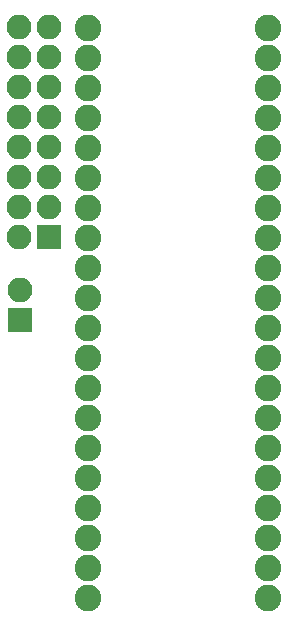
<source format=gbr>
G04 #@! TF.GenerationSoftware,KiCad,Pcbnew,(5.1.4)-1*
G04 #@! TF.CreationDate,2021-01-17T04:38:22+00:00*
G04 #@! TF.ProjectId,atari-pickup,61746172-692d-4706-9963-6b75702e6b69,rev?*
G04 #@! TF.SameCoordinates,Original*
G04 #@! TF.FileFunction,Soldermask,Bot*
G04 #@! TF.FilePolarity,Negative*
%FSLAX46Y46*%
G04 Gerber Fmt 4.6, Leading zero omitted, Abs format (unit mm)*
G04 Created by KiCad (PCBNEW (5.1.4)-1) date 2021-01-17 04:38:22*
%MOMM*%
%LPD*%
G04 APERTURE LIST*
%ADD10C,2.254200*%
%ADD11R,2.100000X2.100000*%
%ADD12O,2.100000X2.100000*%
G04 APERTURE END LIST*
D10*
X149860000Y-55880000D03*
X149860000Y-58420000D03*
X149860000Y-60960000D03*
X149860000Y-63500000D03*
X149860000Y-66040000D03*
X149860000Y-68580000D03*
X149860000Y-71120000D03*
X149860000Y-73660000D03*
X149860000Y-76200000D03*
X149860000Y-78740000D03*
X149860000Y-81280000D03*
X149860000Y-83820000D03*
X149860000Y-86360000D03*
X149860000Y-88900000D03*
X149860000Y-91440000D03*
X149860000Y-93980000D03*
X149860000Y-96520000D03*
X149860000Y-99060000D03*
X149860000Y-101600000D03*
X149860000Y-104140000D03*
X134620000Y-104140000D03*
X134620000Y-101600000D03*
X134620000Y-99060000D03*
X134620000Y-96520000D03*
X134620000Y-93980000D03*
X134620000Y-91440000D03*
X134620000Y-88900000D03*
X134620000Y-86360000D03*
X134620000Y-83820000D03*
X134620000Y-81280000D03*
X134620000Y-76200000D03*
X134620000Y-73660000D03*
X134620000Y-71120000D03*
X134620000Y-68580000D03*
X134620000Y-66040000D03*
X134620000Y-63500000D03*
X134620000Y-60960000D03*
X134620000Y-58420000D03*
X134620000Y-55880000D03*
X134620000Y-78740000D03*
D11*
X131368800Y-73583800D03*
D12*
X128828800Y-73583800D03*
X131368800Y-71043800D03*
X128828800Y-71043800D03*
X131368800Y-68503800D03*
X128828800Y-68503800D03*
X131368800Y-65963800D03*
X128828800Y-65963800D03*
X131368800Y-63423800D03*
X128828800Y-63423800D03*
X131368800Y-60883800D03*
X128828800Y-60883800D03*
X131368800Y-58343800D03*
X128828800Y-58343800D03*
X131368800Y-55803800D03*
X128828800Y-55803800D03*
D11*
X128854200Y-80594200D03*
D12*
X128854200Y-78054200D03*
M02*

</source>
